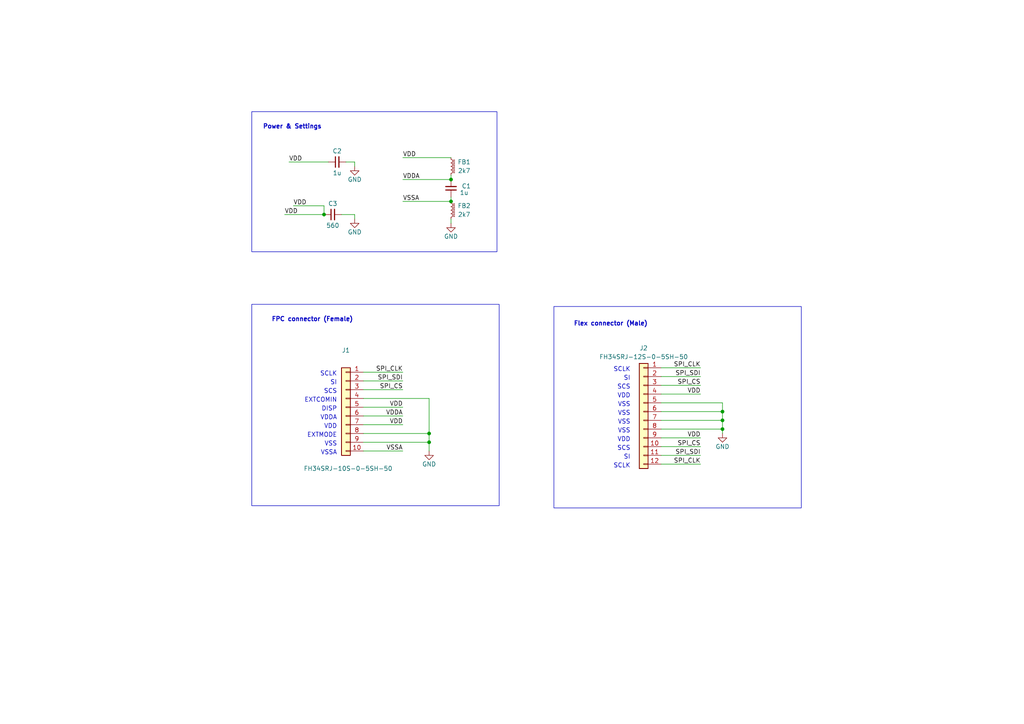
<source format=kicad_sch>
(kicad_sch (version 20250114) (generator "eeschema") (generator_version "9.0")
  (paper "A4")
  (title_block (title "LCD Daughterboard") (date "2024-07-26") (rev "4"))
  (lib_symbols
    (symbol "Device:C_Small" (pin_numbers (hide yes)) (pin_names (offset 0.254) (hide yes))
      (property "Reference" "C" (at 0.254 1.778 0))
      (property "Value" "C_Small" (at 0.254 -2.032 0))
      (symbol "C_Small_0_1"
        (polyline (pts (xy -1.524 0.508) (xy 1.524 0.508)) (stroke (width 0.3048)))
        (polyline (pts (xy -1.524 -0.508) (xy 1.524 -0.508)) (stroke (width 0.3302)))
      )
      (symbol "C_Small_1_1"
        (pin passive line (at 0 2.54 270) (length 2.032) (name "~") (number "1"))
        (pin passive line (at 0 -2.54 90) (length 2.032) (name "~") (number "2"))
      )
    )
    (symbol "Device:L_Ferrite_Small" (pin_numbers (hide yes)) (pin_names (offset 0.254) (hide yes))
      (property "Reference" "L" (at 1.27 1.016 0))
      (property "Value" "L_Ferrite_Small" (at 1.27 -1.27 0))
      (symbol "L_Ferrite_Small_0_1"
        (arc (start 0 2.032) (mid 0.5058 1.524) (end 0 1.016))
        (arc (start 0 1.016) (mid 0.5058 0.508) (end 0 0))
        (arc (start 0 0) (mid 0.5058 -0.508) (end 0 -1.016))
        (arc (start 0 -1.016) (mid 0.5058 -1.524) (end 0 -2.032))
        (polyline (pts (xy 0.762 1.651) (xy 0.762 1.905)))
        (polyline (pts (xy 0.762 1.143) (xy 0.762 1.397)))
        (polyline (pts (xy 0.762 0.635) (xy 0.762 0.889)))
        (polyline (pts (xy 0.762 0.127) (xy 0.762 0.381)))
        (polyline (pts (xy 0.762 -0.381) (xy 0.762 -0.127)))
        (polyline (pts (xy 0.762 -0.889) (xy 0.762 -0.635)))
        (polyline (pts (xy 0.762 -1.397) (xy 0.762 -1.143)))
        (polyline (pts (xy 0.762 -1.905) (xy 0.762 -1.651)))
        (polyline (pts (xy 1.016 1.905) (xy 1.016 1.651)))
        (polyline (pts (xy 1.016 1.397) (xy 1.016 1.143)))
        (polyline (pts (xy 1.016 0.889) (xy 1.016 0.635)))
        (polyline (pts (xy 1.016 0.381) (xy 1.016 0.127)))
        (polyline (pts (xy 1.016 -0.127) (xy 1.016 -0.381)))
        (polyline (pts (xy 1.016 -0.635) (xy 1.016 -0.889)))
        (polyline (pts (xy 1.016 -1.143) (xy 1.016 -1.397)))
        (polyline (pts (xy 1.016 -1.651) (xy 1.016 -1.905)))
      )
      (symbol "L_Ferrite_Small_1_1"
        (pin passive line (at 0 2.54 270) (length 0.508) (name "~") (number "1"))
        (pin passive line (at 0 -2.54 90) (length 0.508) (name "~") (number "2"))
      )
    )
    (symbol "Tundra_Connectors:Conn-FPC-CustomCable_01x12" (pin_names (offset 1.016) (hide yes))
      (property "Reference" "J" (at 0 15.24 0))
      (property "Value" "FPC-CustomCable_01x12" (at 0 -17.78 0))
      (symbol "Conn-FPC-CustomCable_01x12_1_1"
        (rectangle (start -1.27 -16.51) (end 1.27 13.97) (stroke (width 0.254)) (fill (type background)))
        (rectangle (start 0 12.573) (end 1.27 12.827) (stroke (width 0.1524)))
        (rectangle (start 0 10.033) (end 1.27 10.287) (stroke (width 0.1524)))
        (rectangle (start 0 7.493) (end 1.27 7.747) (stroke (width 0.1524)))
        (rectangle (start 0 4.953) (end 1.27 5.207) (stroke (width 0.1524)))
        (rectangle (start 0 2.413) (end 1.27 2.667) (stroke (width 0.1524)))
        (rectangle (start 0 -0.127) (end 1.27 0.127) (stroke (width 0.1524)))
        (rectangle (start 0 -2.667) (end 1.27 -2.413) (stroke (width 0.1524)))
        (rectangle (start 0 -5.207) (end 1.27 -4.953) (stroke (width 0.1524)))
        (rectangle (start 0 -7.747) (end 1.27 -7.493) (stroke (width 0.1524)))
        (rectangle (start 0 -10.287) (end 1.27 -10.033) (stroke (width 0.1524)))
        (rectangle (start 0 -12.827) (end 1.27 -12.573) (stroke (width 0.1524)))
        (rectangle (start 0 -15.367) (end 1.27 -15.113) (stroke (width 0.1524)))
        (pin passive line (at 5.08 12.7 180) (length 3.81) (name "Pin_1") (number "1"))
        (pin passive line (at 5.08 10.16 180) (length 3.81) (name "Pin_2") (number "2"))
        (pin passive line (at 5.08 7.62 180) (length 3.81) (name "Pin_3") (number "3"))
        (pin passive line (at 5.08 5.08 180) (length 3.81) (name "Pin_4") (number "4"))
        (pin passive line (at 5.08 2.54 180) (length 3.81) (name "Pin_5") (number "5"))
        (pin passive line (at 5.08 0 180) (length 3.81) (name "Pin_6") (number "6"))
        (pin passive line (at 5.08 -2.54 180) (length 3.81) (name "Pin_7") (number "7"))
        (pin passive line (at 5.08 -5.08 180) (length 3.81) (name "Pin_8") (number "8"))
        (pin passive line (at 5.08 -7.62 180) (length 3.81) (name "Pin_9") (number "9"))
        (pin passive line (at 5.08 -10.16 180) (length 3.81) (name "Pin_10") (number "10"))
        (pin passive line (at 5.08 -12.7 180) (length 3.81) (name "Pin_11") (number "11"))
        (pin passive line (at 5.08 -15.24 180) (length 3.81) (name "Pin_12") (number "12"))
      )
    )
    (symbol "Tundra_Connectors:Conn-FPC_Hirose-FH34SRJ-10S-0-5SH-50" (pin_names (offset 1.016) (hide yes))
      (property "Reference" "J" (at 0 12.7 0))
      (property "Value" "FH34SRJ-10S-0-5SH-50" (at 0 -16.51 0))
      (symbol "Conn-FPC_Hirose-FH34SRJ-10S-0-5SH-50_1_1"
        (rectangle (start -1.27 -13.97) (end 1.27 11.43) (stroke (width 0.254)) (fill (type background)))
        (rectangle (start 0 10.033) (end 1.27 10.287) (stroke (width 0.1524)))
        (rectangle (start 0 7.493) (end 1.27 7.747) (stroke (width 0.1524)))
        (rectangle (start 0 4.953) (end 1.27 5.207) (stroke (width 0.1524)))
        (rectangle (start 0 2.413) (end 1.27 2.667) (stroke (width 0.1524)))
        (rectangle (start 0 -0.127) (end 1.27 0.127) (stroke (width 0.1524)))
        (rectangle (start 0 -2.667) (end 1.27 -2.413) (stroke (width 0.1524)))
        (rectangle (start 0 -5.207) (end 1.27 -4.953) (stroke (width 0.1524)))
        (rectangle (start 0 -7.747) (end 1.27 -7.493) (stroke (width 0.1524)))
        (rectangle (start 0 -10.287) (end 1.27 -10.033) (stroke (width 0.1524)))
        (rectangle (start 0 -12.827) (end 1.27 -12.573) (stroke (width 0.1524)))
        (pin passive line (at 5.08 10.16 180) (length 3.81) (name "Pin_1") (number "1"))
        (pin passive line (at 5.08 7.62 180) (length 3.81) (name "Pin_2") (number "2"))
        (pin passive line (at 5.08 5.08 180) (length 3.81) (name "Pin_3") (number "3"))
        (pin passive line (at 5.08 2.54 180) (length 3.81) (name "Pin_4") (number "4"))
        (pin passive line (at 5.08 0 180) (length 3.81) (name "Pin_5") (number "5"))
        (pin passive line (at 5.08 -2.54 180) (length 3.81) (name "Pin_6") (number "6"))
        (pin passive line (at 5.08 -5.08 180) (length 3.81) (name "Pin_7") (number "7"))
        (pin passive line (at 5.08 -7.62 180) (length 3.81) (name "Pin_8") (number "8"))
        (pin passive line (at 5.08 -10.16 180) (length 3.81) (name "Pin_9") (number "9"))
        (pin passive line (at 5.08 -12.7 180) (length 3.81) (name "Pin_10") (number "10"))
      )
    )
    (symbol "power:GND" (power) (pin_numbers (hide yes)) (pin_names (offset 0) (hide yes))
      (property "Value" "GND" (at 0 -3.81 0))
      (symbol "GND_0_1"
        (polyline (pts (xy 0 0) (xy 0 -1.27) (xy 1.27 -1.27) (xy 0 -2.54) (xy -1.27 -1.27) (xy 0 -1.27)))
      )
      (symbol "GND_1_1"
        (pin power_in line (at 0 0 270) (length 0) (hide yes) (name "GND") (number "1"))
      )
    )
  )
  (rectangle (start 73.025 88.265) (end 144.78 146.685))
  (rectangle (start 160.655 88.9) (end 232.41 147.32))
  (rectangle (start 73.025 32.385) (end 144.145 73.025))
  (text "SCS" (at 182.88 130.81 0) (effects (font (size 1.27 1.27)) (justify right bottom)))
  (text "SI" (at 182.88 110.49 0) (effects (font (size 1.27 1.27)) (justify right bottom)))
  (text "VSS" (at 182.88 120.65 0) (effects (font (size 1.27 1.27)) (justify right bottom)))
  (text "Flex connector (Male)" (at 166.37 93.98 0) (effects (font (size 1.27 1.27) (thickness 0.254) (bold yes)) (justify left)))
  (text "SI" (at 182.88 133.35 0) (effects (font (size 1.27 1.27)) (justify right bottom)))
  (text "SCS" (at 182.88 113.03 0) (effects (font (size 1.27 1.27)) (justify right bottom)))
  (text "VSSA" (at 97.79 132.08 0) (effects (font (size 1.27 1.27)) (justify right bottom)))
  (text "SCLK" (at 97.79 109.22 0) (effects (font (size 1.27 1.27)) (justify right bottom)))
  (text "SI" (at 97.79 111.76 0) (effects (font (size 1.27 1.27)) (justify right bottom)))
  (text "SCS" (at 97.79 114.3 0) (effects (font (size 1.27 1.27)) (justify right bottom)))
  (text "VSS" (at 97.79 129.54 0) (effects (font (size 1.27 1.27)) (justify right bottom)))
  (text "VSS" (at 182.88 118.11 0) (effects (font (size 1.27 1.27)) (justify right bottom)))
  (text "EXTCOMIN" (at 97.79 116.84 0) (effects (font (size 1.27 1.27)) (justify right bottom)))
  (text "VDD" (at 182.88 115.57 0) (effects (font (size 1.27 1.27)) (justify right bottom)))
  (text "VSS" (at 182.88 125.73 0) (effects (font (size 1.27 1.27)) (justify right bottom)))
  (text "VSS" (at 182.88 123.19 0) (effects (font (size 1.27 1.27)) (justify right bottom)))
  (text "VDD" (at 182.88 128.27 0) (effects (font (size 1.27 1.27)) (justify right bottom)))
  (text "Power & Settings" (at 76.2 36.83 0) (effects (font (size 1.27 1.27) (thickness 0.254) (bold yes)) (justify left)))
  (text "EXTMODE" (at 97.79 127 0) (effects (font (size 1.27 1.27)) (justify right bottom)))
  (text "VDD" (at 97.79 124.46 0) (effects (font (size 1.27 1.27)) (justify right bottom)))
  (text "FPC connector (Female)" (at 78.74 92.71 0) (effects (font (size 1.27 1.27) (thickness 0.254) (bold yes)) (justify left)))
  (text "VDDA" (at 97.79 121.92 0) (effects (font (size 1.27 1.27)) (justify right bottom)))
  (text "SCLK" (at 182.88 135.89 0) (effects (font (size 1.27 1.27)) (justify right bottom)))
  (text "DISP" (at 97.79 119.38 0) (effects (font (size 1.27 1.27)) (justify right bottom)))
  (text "SCLK" (at 182.88 107.95 0) (effects (font (size 1.27 1.27)) (justify right bottom)))
  (junction (at 124.46 128.27))
  (junction (at 130.81 52.07))
  (junction (at 93.98 62.23))
  (junction (at 209.55 124.46))
  (junction (at 124.46 125.73))
  (junction (at 209.55 121.92))
  (junction (at 130.81 58.42))
  (junction (at 209.55 119.38))
  (wire (pts (xy 130.81 63.5) (xy 130.81 64.77)))
  (wire (pts (xy 209.55 119.38) (xy 191.77 119.38)))
  (wire (pts (xy 102.87 46.99) (xy 102.87 48.26)))
  (wire (pts (xy 203.2 106.68) (xy 191.77 106.68)))
  (wire (pts (xy 203.2 127) (xy 191.77 127)))
  (wire (pts (xy 209.55 121.92) (xy 209.55 124.46)))
  (wire (pts (xy 83.82 46.99) (xy 95.25 46.99)))
  (wire (pts (xy 85.09 59.69) (xy 93.98 59.69)))
  (wire (pts (xy 209.55 121.92) (xy 191.77 121.92)))
  (wire (pts (xy 130.81 52.07) (xy 130.81 50.8)))
  (wire (pts (xy 203.2 109.22) (xy 191.77 109.22)))
  (wire (pts (xy 203.2 129.54) (xy 191.77 129.54)))
  (wire (pts (xy 116.84 52.07) (xy 130.81 52.07)))
  (wire (pts (xy 203.2 132.08) (xy 191.77 132.08)))
  (wire (pts (xy 100.33 46.99) (xy 102.87 46.99)))
  (wire (pts (xy 209.55 116.84) (xy 209.55 119.38)))
  (wire (pts (xy 116.84 120.65) (xy 105.41 120.65)))
  (wire (pts (xy 124.46 125.73) (xy 124.46 128.27)))
  (wire (pts (xy 116.84 113.03) (xy 105.41 113.03)))
  (wire (pts (xy 105.41 125.73) (xy 124.46 125.73)))
  (wire (pts (xy 102.87 62.23) (xy 102.87 63.5)))
  (wire (pts (xy 105.41 128.27) (xy 124.46 128.27)))
  (wire (pts (xy 191.77 116.84) (xy 209.55 116.84)))
  (wire (pts (xy 191.77 124.46) (xy 209.55 124.46)))
  (wire (pts (xy 209.55 119.38) (xy 209.55 121.92)))
  (wire (pts (xy 116.84 58.42) (xy 130.81 58.42)))
  (wire (pts (xy 105.41 115.57) (xy 124.46 115.57)))
  (wire (pts (xy 124.46 128.27) (xy 124.46 130.81)))
  (wire (pts (xy 116.84 130.81) (xy 105.41 130.81)))
  (wire (pts (xy 116.84 107.95) (xy 105.41 107.95)))
  (wire (pts (xy 130.81 58.42) (xy 130.81 57.15)))
  (wire (pts (xy 116.84 110.49) (xy 105.41 110.49)))
  (wire (pts (xy 209.55 124.46) (xy 209.55 125.73)))
  (wire (pts (xy 203.2 134.62) (xy 191.77 134.62)))
  (wire (pts (xy 82.55 62.23) (xy 93.98 62.23)))
  (wire (pts (xy 124.46 115.57) (xy 124.46 125.73)))
  (wire (pts (xy 116.84 123.19) (xy 105.41 123.19)))
  (wire (pts (xy 203.2 111.76) (xy 191.77 111.76)))
  (wire (pts (xy 116.84 118.11) (xy 105.41 118.11)))
  (wire (pts (xy 116.84 45.72) (xy 130.81 45.72)))
  (wire (pts (xy 203.2 114.3) (xy 191.77 114.3)))
  (wire (pts (xy 99.06 62.23) (xy 102.87 62.23)))
  (wire (pts (xy 93.98 59.69) (xy 93.98 62.23)))
  (label "VDD" (at 116.84 118.11 180))
  (label "SPI_SDI" (at 203.2 132.08 180))
  (label "VDDA" (at 116.84 120.65 180))
  (label "SPI_CS" (at 203.2 111.76 180))
  (label "SPI_CLK" (at 116.84 107.95 180))
  (label "SPI_SDI" (at 116.84 110.49 180))
  (label "SPI_CS" (at 116.84 113.03 180))
  (label "VDD" (at 83.82 46.99 0))
  (label "VDD" (at 82.55 62.23 0))
  (label "VDD" (at 116.84 123.19 180))
  (label "SPI_SDI" (at 203.2 109.22 180))
  (label "VSSA" (at 116.84 58.42 0))
  (label "SPI_CLK" (at 203.2 134.62 180))
  (label "VDD" (at 203.2 127 180))
  (label "VDDA" (at 116.84 52.07 0))
  (label "VDD" (at 85.09 59.69 0))
  (label "VDD" (at 203.2 114.3 180))
  (label "SPI_CS" (at 203.2 129.54 180))
  (label "VSSA" (at 116.84 130.81 180))
  (label "VDD" (at 116.84 45.72 0))
  (label "SPI_CLK" (at 203.2 106.68 180))
  (symbol (lib_id "Tundra_Connectors:Conn-FPC-CustomCable_01x12") (at 186.69 119.38 0) (unit 1)
    (property "Reference" "J2" (at 186.69 100.965 0))
    (property "Value" "FH34SRJ-12S-0-5SH-50" (at 186.69 103.505 0))
    (property "Footprint" "Connector_Hirose:Conn-FPC_Hirose-FH34SRJ-12S-0-5SH-50" (effects (hide yes)))
    (property "Description" "Flex PCB male connector slots, single row, 01x12" (effects (hide yes)))
    (property "MFR#" "FH34SRJ-12S-0.5SH(50)" (effects (hide yes)))
    (property "LCSC Part #" "C424659" (effects (hide yes)))
    (property "Manufacturer" "Hirose" (effects (hide yes)))
    (property "Part #" "FH34SRJ-12S-0.5SH(50)" (effects (hide yes)))
  )
  (symbol (lib_id "Device:C_Small") (at 96.52 62.23 90) (unit 1)
    (property "Reference" "C3" (at 96.52 59.055 90))
    (property "Value" "560" (at 96.52 65.405 90))
    (property "Footprint" "Capacitor_SMD:C_0402_1005Metric" (effects (hide yes)))
    (property "Description" "Ceramic cap, 560pF, 25V, C0G 2%, EXT part" (effects (hide yes)))
    (property "Package" "0402" (effects (hide yes)))
    (property "Manufacturer" "Murata" (effects (hide yes)))
    (property "Part #" "GRM1555C1H561GA01D" (effects (hide yes)))
    (property "LCSC Part #" "C440169" (effects (hide yes)))
  )
  (symbol (lib_id "Tundra_Connectors:Conn-FPC_Hirose-FH34SRJ-10S-0-5SH-50") (at 100.33 118.11 0) (unit 1)
    (property "Reference" "J1" (at 100.33 101.6 0))
    (property "Value" "FH34SRJ-10S-0-5SH-50" (at 100.965 135.89 0))
    (property "Footprint" "Connector_Hirose:Conn-FPC_Hirose-FH34SRJ-10S-0-5SH-50" (effects (hide yes)))
    (property "Description" "FFC/FPC, 10P P0.5mm, double-sided, RA, Female" (effects (hide yes)))
    (property "Package" "SMD, P=0.5mm" (effects (hide yes)))
    (property "Manufacturer" "Hirose" (effects (hide yes)))
    (property "Part #" "FH34SRJ-10S-0.5SH(50)" (effects (hide yes)))
    (property "LCSC Part #" "C324723" (effects (hide yes)))
  )
  (symbol (lib_id "power:GND") (at 209.55 125.73 0) (mirror y) (unit 1)
    (property "Reference" "#PWR05" (effects (hide yes)))
    (property "Value" "GND" (at 209.55 129.54 0))
  )
  (symbol (lib_id "power:GND") (at 102.87 48.26 0) (unit 1)
    (property "Reference" "#PWR02" (effects (hide yes)))
    (property "Value" "GND" (at 102.87 52.07 0))
  )
  (symbol (lib_id "Device:C_Small") (at 97.79 46.99 90) (unit 1)
    (property "Reference" "C2" (at 97.79 43.815 90))
    (property "Value" "1u" (at 97.79 50.165 90))
    (property "Footprint" "Capacitor_SMD:C_0402_1005Metric" (effects (hide yes)))
    (property "Description" "Ceramic cap, 1uF, 25V, X5R, 10%, BASIC part" (effects (hide yes)))
    (property "Package" "0402" (effects (hide yes)))
    (property "Manufacturer" "Samsung" (effects (hide yes)))
    (property "Part #" "CL05A105KA5NQNC" (effects (hide yes)))
    (property "LCSC Part #" "C52923" (effects (hide yes)))
  )
  (symbol (lib_id "power:GND") (at 124.46 130.81 0) (mirror y) (unit 1)
    (property "Reference" "#PWR04" (effects (hide yes)))
    (property "Value" "GND" (at 124.46 134.62 0))
  )
  (symbol (lib_id "power:GND") (at 130.81 64.77 0) (unit 1)
    (property "Reference" "#PWR01" (effects (hide yes)))
    (property "Value" "GND" (at 130.81 68.58 0))
  )
  (symbol (lib_id "Device:L_Ferrite_Small") (at 130.81 48.26 0) (unit 1)
    (property "Reference" "FB1" (at 134.62 46.99 0))
    (property "Value" "2k7" (at 134.62 49.53 0))
    (property "Footprint" "Inductor_SMD:L_0805_2012Metric" (effects (hide yes)))
    (property "Description" "800mΩ ±25% 2.7kΩ@100MHz 0402 Ferrite Bead" (effects (hide yes)))
    (property "Package" "0805" (effects (hide yes)))
    (property "Manufacturer" "Murata" (effects (hide yes)))
    (property "Part #" "BLM21BD272SH1L" (effects (hide yes)))
    (property "LCSC Part #" "C85839" (effects (hide yes)))
  )
  (symbol (lib_id "power:GND") (at 102.87 63.5 0) (unit 1)
    (property "Reference" "#PWR03" (effects (hide yes)))
    (property "Value" "GND" (at 102.87 67.31 0))
  )
  (symbol (lib_id "Device:C_Small") (at 130.81 54.61 180) (unit 1)
    (property "Reference" "C1" (at 135.255 53.975 0))
    (property "Value" "1u" (at 134.62 55.88 0))
    (property "Footprint" "Capacitor_SMD:C_0402_1005Metric" (effects (hide yes)))
    (property "Description" "Ceramic cap, 1uF, 25V, X5R, 10%, BASIC part" (effects (hide yes)))
    (property "Package" "0402" (effects (hide yes)))
    (property "Manufacturer" "Samsung" (effects (hide yes)))
    (property "Part #" "CL05A105KA5NQNC" (effects (hide yes)))
    (property "LCSC Part #" "C52923" (effects (hide yes)))
  )
  (symbol (lib_id "Device:L_Ferrite_Small") (at 130.81 60.96 0) (unit 1)
    (property "Reference" "FB2" (at 134.62 59.69 0))
    (property "Value" "2k7" (at 134.62 62.23 0))
    (property "Footprint" "Inductor_SMD:L_0805_2012Metric" (effects (hide yes)))
    (property "Description" "800mΩ ±25% 2.7kΩ@100MHz 0402 Ferrite Bead" (effects (hide yes)))
    (property "Package" "0805" (effects (hide yes)))
    (property "Manufacturer" "Murata" (effects (hide yes)))
    (property "Part #" "BLM21BD272SH1L" (effects (hide yes)))
    (property "LCSC Part #" "C85839" (effects (hide yes)))
  )
)
</source>
